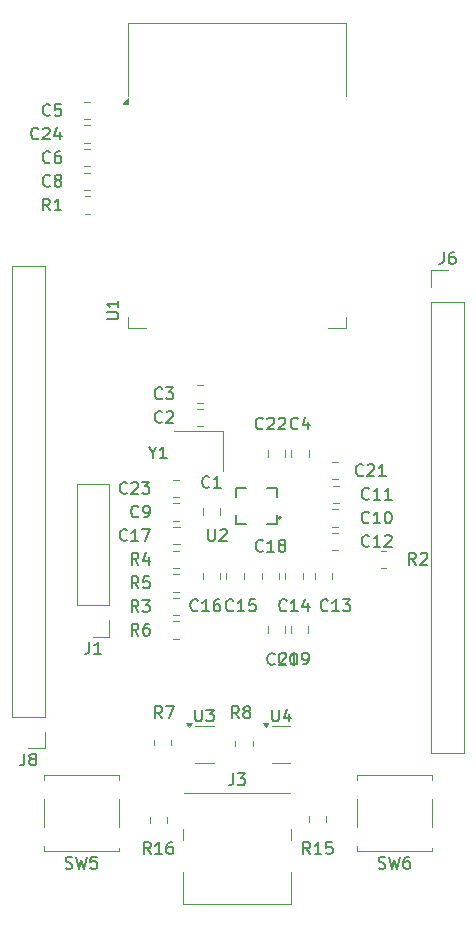
<source format=gbr>
%TF.GenerationSoftware,KiCad,Pcbnew,9.0.3*%
%TF.CreationDate,2025-08-18T17:13:01-04:00*%
%TF.ProjectId,bioimpedance,62696f69-6d70-4656-9461-6e63652e6b69,rev?*%
%TF.SameCoordinates,Original*%
%TF.FileFunction,Legend,Top*%
%TF.FilePolarity,Positive*%
%FSLAX46Y46*%
G04 Gerber Fmt 4.6, Leading zero omitted, Abs format (unit mm)*
G04 Created by KiCad (PCBNEW 9.0.3) date 2025-08-18 17:13:01*
%MOMM*%
%LPD*%
G01*
G04 APERTURE LIST*
%ADD10C,0.150000*%
%ADD11C,0.120000*%
%ADD12C,0.200000*%
%ADD13C,0.127000*%
G04 APERTURE END LIST*
D10*
X105323333Y-77954819D02*
X104990000Y-77478628D01*
X104751905Y-77954819D02*
X104751905Y-76954819D01*
X104751905Y-76954819D02*
X105132857Y-76954819D01*
X105132857Y-76954819D02*
X105228095Y-77002438D01*
X105228095Y-77002438D02*
X105275714Y-77050057D01*
X105275714Y-77050057D02*
X105323333Y-77145295D01*
X105323333Y-77145295D02*
X105323333Y-77288152D01*
X105323333Y-77288152D02*
X105275714Y-77383390D01*
X105275714Y-77383390D02*
X105228095Y-77431009D01*
X105228095Y-77431009D02*
X105132857Y-77478628D01*
X105132857Y-77478628D02*
X104751905Y-77478628D01*
X105656667Y-76954819D02*
X106275714Y-76954819D01*
X106275714Y-76954819D02*
X105942381Y-77335771D01*
X105942381Y-77335771D02*
X106085238Y-77335771D01*
X106085238Y-77335771D02*
X106180476Y-77383390D01*
X106180476Y-77383390D02*
X106228095Y-77431009D01*
X106228095Y-77431009D02*
X106275714Y-77526247D01*
X106275714Y-77526247D02*
X106275714Y-77764342D01*
X106275714Y-77764342D02*
X106228095Y-77859580D01*
X106228095Y-77859580D02*
X106180476Y-77907200D01*
X106180476Y-77907200D02*
X106085238Y-77954819D01*
X106085238Y-77954819D02*
X105799524Y-77954819D01*
X105799524Y-77954819D02*
X105704286Y-77907200D01*
X105704286Y-77907200D02*
X105656667Y-77859580D01*
X124847142Y-70359580D02*
X124799523Y-70407200D01*
X124799523Y-70407200D02*
X124656666Y-70454819D01*
X124656666Y-70454819D02*
X124561428Y-70454819D01*
X124561428Y-70454819D02*
X124418571Y-70407200D01*
X124418571Y-70407200D02*
X124323333Y-70311961D01*
X124323333Y-70311961D02*
X124275714Y-70216723D01*
X124275714Y-70216723D02*
X124228095Y-70026247D01*
X124228095Y-70026247D02*
X124228095Y-69883390D01*
X124228095Y-69883390D02*
X124275714Y-69692914D01*
X124275714Y-69692914D02*
X124323333Y-69597676D01*
X124323333Y-69597676D02*
X124418571Y-69502438D01*
X124418571Y-69502438D02*
X124561428Y-69454819D01*
X124561428Y-69454819D02*
X124656666Y-69454819D01*
X124656666Y-69454819D02*
X124799523Y-69502438D01*
X124799523Y-69502438D02*
X124847142Y-69550057D01*
X125799523Y-70454819D02*
X125228095Y-70454819D01*
X125513809Y-70454819D02*
X125513809Y-69454819D01*
X125513809Y-69454819D02*
X125418571Y-69597676D01*
X125418571Y-69597676D02*
X125323333Y-69692914D01*
X125323333Y-69692914D02*
X125228095Y-69740533D01*
X126418571Y-69454819D02*
X126513809Y-69454819D01*
X126513809Y-69454819D02*
X126609047Y-69502438D01*
X126609047Y-69502438D02*
X126656666Y-69550057D01*
X126656666Y-69550057D02*
X126704285Y-69645295D01*
X126704285Y-69645295D02*
X126751904Y-69835771D01*
X126751904Y-69835771D02*
X126751904Y-70073866D01*
X126751904Y-70073866D02*
X126704285Y-70264342D01*
X126704285Y-70264342D02*
X126656666Y-70359580D01*
X126656666Y-70359580D02*
X126609047Y-70407200D01*
X126609047Y-70407200D02*
X126513809Y-70454819D01*
X126513809Y-70454819D02*
X126418571Y-70454819D01*
X126418571Y-70454819D02*
X126323333Y-70407200D01*
X126323333Y-70407200D02*
X126275714Y-70359580D01*
X126275714Y-70359580D02*
X126228095Y-70264342D01*
X126228095Y-70264342D02*
X126180476Y-70073866D01*
X126180476Y-70073866D02*
X126180476Y-69835771D01*
X126180476Y-69835771D02*
X126228095Y-69645295D01*
X126228095Y-69645295D02*
X126275714Y-69550057D01*
X126275714Y-69550057D02*
X126323333Y-69502438D01*
X126323333Y-69502438D02*
X126418571Y-69454819D01*
X118833333Y-62409580D02*
X118785714Y-62457200D01*
X118785714Y-62457200D02*
X118642857Y-62504819D01*
X118642857Y-62504819D02*
X118547619Y-62504819D01*
X118547619Y-62504819D02*
X118404762Y-62457200D01*
X118404762Y-62457200D02*
X118309524Y-62361961D01*
X118309524Y-62361961D02*
X118261905Y-62266723D01*
X118261905Y-62266723D02*
X118214286Y-62076247D01*
X118214286Y-62076247D02*
X118214286Y-61933390D01*
X118214286Y-61933390D02*
X118261905Y-61742914D01*
X118261905Y-61742914D02*
X118309524Y-61647676D01*
X118309524Y-61647676D02*
X118404762Y-61552438D01*
X118404762Y-61552438D02*
X118547619Y-61504819D01*
X118547619Y-61504819D02*
X118642857Y-61504819D01*
X118642857Y-61504819D02*
X118785714Y-61552438D01*
X118785714Y-61552438D02*
X118833333Y-61600057D01*
X119690476Y-61838152D02*
X119690476Y-62504819D01*
X119452381Y-61457200D02*
X119214286Y-62171485D01*
X119214286Y-62171485D02*
X119833333Y-62171485D01*
X110347142Y-77809580D02*
X110299523Y-77857200D01*
X110299523Y-77857200D02*
X110156666Y-77904819D01*
X110156666Y-77904819D02*
X110061428Y-77904819D01*
X110061428Y-77904819D02*
X109918571Y-77857200D01*
X109918571Y-77857200D02*
X109823333Y-77761961D01*
X109823333Y-77761961D02*
X109775714Y-77666723D01*
X109775714Y-77666723D02*
X109728095Y-77476247D01*
X109728095Y-77476247D02*
X109728095Y-77333390D01*
X109728095Y-77333390D02*
X109775714Y-77142914D01*
X109775714Y-77142914D02*
X109823333Y-77047676D01*
X109823333Y-77047676D02*
X109918571Y-76952438D01*
X109918571Y-76952438D02*
X110061428Y-76904819D01*
X110061428Y-76904819D02*
X110156666Y-76904819D01*
X110156666Y-76904819D02*
X110299523Y-76952438D01*
X110299523Y-76952438D02*
X110347142Y-77000057D01*
X111299523Y-77904819D02*
X110728095Y-77904819D01*
X111013809Y-77904819D02*
X111013809Y-76904819D01*
X111013809Y-76904819D02*
X110918571Y-77047676D01*
X110918571Y-77047676D02*
X110823333Y-77142914D01*
X110823333Y-77142914D02*
X110728095Y-77190533D01*
X112156666Y-76904819D02*
X111966190Y-76904819D01*
X111966190Y-76904819D02*
X111870952Y-76952438D01*
X111870952Y-76952438D02*
X111823333Y-77000057D01*
X111823333Y-77000057D02*
X111728095Y-77142914D01*
X111728095Y-77142914D02*
X111680476Y-77333390D01*
X111680476Y-77333390D02*
X111680476Y-77714342D01*
X111680476Y-77714342D02*
X111728095Y-77809580D01*
X111728095Y-77809580D02*
X111775714Y-77857200D01*
X111775714Y-77857200D02*
X111870952Y-77904819D01*
X111870952Y-77904819D02*
X112061428Y-77904819D01*
X112061428Y-77904819D02*
X112156666Y-77857200D01*
X112156666Y-77857200D02*
X112204285Y-77809580D01*
X112204285Y-77809580D02*
X112251904Y-77714342D01*
X112251904Y-77714342D02*
X112251904Y-77476247D01*
X112251904Y-77476247D02*
X112204285Y-77381009D01*
X112204285Y-77381009D02*
X112156666Y-77333390D01*
X112156666Y-77333390D02*
X112061428Y-77285771D01*
X112061428Y-77285771D02*
X111870952Y-77285771D01*
X111870952Y-77285771D02*
X111775714Y-77333390D01*
X111775714Y-77333390D02*
X111728095Y-77381009D01*
X111728095Y-77381009D02*
X111680476Y-77476247D01*
X105323333Y-79954819D02*
X104990000Y-79478628D01*
X104751905Y-79954819D02*
X104751905Y-78954819D01*
X104751905Y-78954819D02*
X105132857Y-78954819D01*
X105132857Y-78954819D02*
X105228095Y-79002438D01*
X105228095Y-79002438D02*
X105275714Y-79050057D01*
X105275714Y-79050057D02*
X105323333Y-79145295D01*
X105323333Y-79145295D02*
X105323333Y-79288152D01*
X105323333Y-79288152D02*
X105275714Y-79383390D01*
X105275714Y-79383390D02*
X105228095Y-79431009D01*
X105228095Y-79431009D02*
X105132857Y-79478628D01*
X105132857Y-79478628D02*
X104751905Y-79478628D01*
X106180476Y-78954819D02*
X105990000Y-78954819D01*
X105990000Y-78954819D02*
X105894762Y-79002438D01*
X105894762Y-79002438D02*
X105847143Y-79050057D01*
X105847143Y-79050057D02*
X105751905Y-79192914D01*
X105751905Y-79192914D02*
X105704286Y-79383390D01*
X105704286Y-79383390D02*
X105704286Y-79764342D01*
X105704286Y-79764342D02*
X105751905Y-79859580D01*
X105751905Y-79859580D02*
X105799524Y-79907200D01*
X105799524Y-79907200D02*
X105894762Y-79954819D01*
X105894762Y-79954819D02*
X106085238Y-79954819D01*
X106085238Y-79954819D02*
X106180476Y-79907200D01*
X106180476Y-79907200D02*
X106228095Y-79859580D01*
X106228095Y-79859580D02*
X106275714Y-79764342D01*
X106275714Y-79764342D02*
X106275714Y-79526247D01*
X106275714Y-79526247D02*
X106228095Y-79431009D01*
X106228095Y-79431009D02*
X106180476Y-79383390D01*
X106180476Y-79383390D02*
X106085238Y-79335771D01*
X106085238Y-79335771D02*
X105894762Y-79335771D01*
X105894762Y-79335771D02*
X105799524Y-79383390D01*
X105799524Y-79383390D02*
X105751905Y-79431009D01*
X105751905Y-79431009D02*
X105704286Y-79526247D01*
X107323333Y-61859580D02*
X107275714Y-61907200D01*
X107275714Y-61907200D02*
X107132857Y-61954819D01*
X107132857Y-61954819D02*
X107037619Y-61954819D01*
X107037619Y-61954819D02*
X106894762Y-61907200D01*
X106894762Y-61907200D02*
X106799524Y-61811961D01*
X106799524Y-61811961D02*
X106751905Y-61716723D01*
X106751905Y-61716723D02*
X106704286Y-61526247D01*
X106704286Y-61526247D02*
X106704286Y-61383390D01*
X106704286Y-61383390D02*
X106751905Y-61192914D01*
X106751905Y-61192914D02*
X106799524Y-61097676D01*
X106799524Y-61097676D02*
X106894762Y-61002438D01*
X106894762Y-61002438D02*
X107037619Y-60954819D01*
X107037619Y-60954819D02*
X107132857Y-60954819D01*
X107132857Y-60954819D02*
X107275714Y-61002438D01*
X107275714Y-61002438D02*
X107323333Y-61050057D01*
X107704286Y-61050057D02*
X107751905Y-61002438D01*
X107751905Y-61002438D02*
X107847143Y-60954819D01*
X107847143Y-60954819D02*
X108085238Y-60954819D01*
X108085238Y-60954819D02*
X108180476Y-61002438D01*
X108180476Y-61002438D02*
X108228095Y-61050057D01*
X108228095Y-61050057D02*
X108275714Y-61145295D01*
X108275714Y-61145295D02*
X108275714Y-61240533D01*
X108275714Y-61240533D02*
X108228095Y-61383390D01*
X108228095Y-61383390D02*
X107656667Y-61954819D01*
X107656667Y-61954819D02*
X108275714Y-61954819D01*
X117817142Y-82309580D02*
X117769523Y-82357200D01*
X117769523Y-82357200D02*
X117626666Y-82404819D01*
X117626666Y-82404819D02*
X117531428Y-82404819D01*
X117531428Y-82404819D02*
X117388571Y-82357200D01*
X117388571Y-82357200D02*
X117293333Y-82261961D01*
X117293333Y-82261961D02*
X117245714Y-82166723D01*
X117245714Y-82166723D02*
X117198095Y-81976247D01*
X117198095Y-81976247D02*
X117198095Y-81833390D01*
X117198095Y-81833390D02*
X117245714Y-81642914D01*
X117245714Y-81642914D02*
X117293333Y-81547676D01*
X117293333Y-81547676D02*
X117388571Y-81452438D01*
X117388571Y-81452438D02*
X117531428Y-81404819D01*
X117531428Y-81404819D02*
X117626666Y-81404819D01*
X117626666Y-81404819D02*
X117769523Y-81452438D01*
X117769523Y-81452438D02*
X117817142Y-81500057D01*
X118769523Y-82404819D02*
X118198095Y-82404819D01*
X118483809Y-82404819D02*
X118483809Y-81404819D01*
X118483809Y-81404819D02*
X118388571Y-81547676D01*
X118388571Y-81547676D02*
X118293333Y-81642914D01*
X118293333Y-81642914D02*
X118198095Y-81690533D01*
X119245714Y-82404819D02*
X119436190Y-82404819D01*
X119436190Y-82404819D02*
X119531428Y-82357200D01*
X119531428Y-82357200D02*
X119579047Y-82309580D01*
X119579047Y-82309580D02*
X119674285Y-82166723D01*
X119674285Y-82166723D02*
X119721904Y-81976247D01*
X119721904Y-81976247D02*
X119721904Y-81595295D01*
X119721904Y-81595295D02*
X119674285Y-81500057D01*
X119674285Y-81500057D02*
X119626666Y-81452438D01*
X119626666Y-81452438D02*
X119531428Y-81404819D01*
X119531428Y-81404819D02*
X119340952Y-81404819D01*
X119340952Y-81404819D02*
X119245714Y-81452438D01*
X119245714Y-81452438D02*
X119198095Y-81500057D01*
X119198095Y-81500057D02*
X119150476Y-81595295D01*
X119150476Y-81595295D02*
X119150476Y-81833390D01*
X119150476Y-81833390D02*
X119198095Y-81928628D01*
X119198095Y-81928628D02*
X119245714Y-81976247D01*
X119245714Y-81976247D02*
X119340952Y-82023866D01*
X119340952Y-82023866D02*
X119531428Y-82023866D01*
X119531428Y-82023866D02*
X119626666Y-81976247D01*
X119626666Y-81976247D02*
X119674285Y-81928628D01*
X119674285Y-81928628D02*
X119721904Y-81833390D01*
X104347142Y-67859580D02*
X104299523Y-67907200D01*
X104299523Y-67907200D02*
X104156666Y-67954819D01*
X104156666Y-67954819D02*
X104061428Y-67954819D01*
X104061428Y-67954819D02*
X103918571Y-67907200D01*
X103918571Y-67907200D02*
X103823333Y-67811961D01*
X103823333Y-67811961D02*
X103775714Y-67716723D01*
X103775714Y-67716723D02*
X103728095Y-67526247D01*
X103728095Y-67526247D02*
X103728095Y-67383390D01*
X103728095Y-67383390D02*
X103775714Y-67192914D01*
X103775714Y-67192914D02*
X103823333Y-67097676D01*
X103823333Y-67097676D02*
X103918571Y-67002438D01*
X103918571Y-67002438D02*
X104061428Y-66954819D01*
X104061428Y-66954819D02*
X104156666Y-66954819D01*
X104156666Y-66954819D02*
X104299523Y-67002438D01*
X104299523Y-67002438D02*
X104347142Y-67050057D01*
X104728095Y-67050057D02*
X104775714Y-67002438D01*
X104775714Y-67002438D02*
X104870952Y-66954819D01*
X104870952Y-66954819D02*
X105109047Y-66954819D01*
X105109047Y-66954819D02*
X105204285Y-67002438D01*
X105204285Y-67002438D02*
X105251904Y-67050057D01*
X105251904Y-67050057D02*
X105299523Y-67145295D01*
X105299523Y-67145295D02*
X105299523Y-67240533D01*
X105299523Y-67240533D02*
X105251904Y-67383390D01*
X105251904Y-67383390D02*
X104680476Y-67954819D01*
X104680476Y-67954819D02*
X105299523Y-67954819D01*
X105632857Y-66954819D02*
X106251904Y-66954819D01*
X106251904Y-66954819D02*
X105918571Y-67335771D01*
X105918571Y-67335771D02*
X106061428Y-67335771D01*
X106061428Y-67335771D02*
X106156666Y-67383390D01*
X106156666Y-67383390D02*
X106204285Y-67431009D01*
X106204285Y-67431009D02*
X106251904Y-67526247D01*
X106251904Y-67526247D02*
X106251904Y-67764342D01*
X106251904Y-67764342D02*
X106204285Y-67859580D01*
X106204285Y-67859580D02*
X106156666Y-67907200D01*
X106156666Y-67907200D02*
X106061428Y-67954819D01*
X106061428Y-67954819D02*
X105775714Y-67954819D01*
X105775714Y-67954819D02*
X105680476Y-67907200D01*
X105680476Y-67907200D02*
X105632857Y-67859580D01*
X113347142Y-77809580D02*
X113299523Y-77857200D01*
X113299523Y-77857200D02*
X113156666Y-77904819D01*
X113156666Y-77904819D02*
X113061428Y-77904819D01*
X113061428Y-77904819D02*
X112918571Y-77857200D01*
X112918571Y-77857200D02*
X112823333Y-77761961D01*
X112823333Y-77761961D02*
X112775714Y-77666723D01*
X112775714Y-77666723D02*
X112728095Y-77476247D01*
X112728095Y-77476247D02*
X112728095Y-77333390D01*
X112728095Y-77333390D02*
X112775714Y-77142914D01*
X112775714Y-77142914D02*
X112823333Y-77047676D01*
X112823333Y-77047676D02*
X112918571Y-76952438D01*
X112918571Y-76952438D02*
X113061428Y-76904819D01*
X113061428Y-76904819D02*
X113156666Y-76904819D01*
X113156666Y-76904819D02*
X113299523Y-76952438D01*
X113299523Y-76952438D02*
X113347142Y-77000057D01*
X114299523Y-77904819D02*
X113728095Y-77904819D01*
X114013809Y-77904819D02*
X114013809Y-76904819D01*
X114013809Y-76904819D02*
X113918571Y-77047676D01*
X113918571Y-77047676D02*
X113823333Y-77142914D01*
X113823333Y-77142914D02*
X113728095Y-77190533D01*
X115204285Y-76904819D02*
X114728095Y-76904819D01*
X114728095Y-76904819D02*
X114680476Y-77381009D01*
X114680476Y-77381009D02*
X114728095Y-77333390D01*
X114728095Y-77333390D02*
X114823333Y-77285771D01*
X114823333Y-77285771D02*
X115061428Y-77285771D01*
X115061428Y-77285771D02*
X115156666Y-77333390D01*
X115156666Y-77333390D02*
X115204285Y-77381009D01*
X115204285Y-77381009D02*
X115251904Y-77476247D01*
X115251904Y-77476247D02*
X115251904Y-77714342D01*
X115251904Y-77714342D02*
X115204285Y-77809580D01*
X115204285Y-77809580D02*
X115156666Y-77857200D01*
X115156666Y-77857200D02*
X115061428Y-77904819D01*
X115061428Y-77904819D02*
X114823333Y-77904819D01*
X114823333Y-77904819D02*
X114728095Y-77857200D01*
X114728095Y-77857200D02*
X114680476Y-77809580D01*
X121357142Y-77809580D02*
X121309523Y-77857200D01*
X121309523Y-77857200D02*
X121166666Y-77904819D01*
X121166666Y-77904819D02*
X121071428Y-77904819D01*
X121071428Y-77904819D02*
X120928571Y-77857200D01*
X120928571Y-77857200D02*
X120833333Y-77761961D01*
X120833333Y-77761961D02*
X120785714Y-77666723D01*
X120785714Y-77666723D02*
X120738095Y-77476247D01*
X120738095Y-77476247D02*
X120738095Y-77333390D01*
X120738095Y-77333390D02*
X120785714Y-77142914D01*
X120785714Y-77142914D02*
X120833333Y-77047676D01*
X120833333Y-77047676D02*
X120928571Y-76952438D01*
X120928571Y-76952438D02*
X121071428Y-76904819D01*
X121071428Y-76904819D02*
X121166666Y-76904819D01*
X121166666Y-76904819D02*
X121309523Y-76952438D01*
X121309523Y-76952438D02*
X121357142Y-77000057D01*
X122309523Y-77904819D02*
X121738095Y-77904819D01*
X122023809Y-77904819D02*
X122023809Y-76904819D01*
X122023809Y-76904819D02*
X121928571Y-77047676D01*
X121928571Y-77047676D02*
X121833333Y-77142914D01*
X121833333Y-77142914D02*
X121738095Y-77190533D01*
X122642857Y-76904819D02*
X123261904Y-76904819D01*
X123261904Y-76904819D02*
X122928571Y-77285771D01*
X122928571Y-77285771D02*
X123071428Y-77285771D01*
X123071428Y-77285771D02*
X123166666Y-77333390D01*
X123166666Y-77333390D02*
X123214285Y-77381009D01*
X123214285Y-77381009D02*
X123261904Y-77476247D01*
X123261904Y-77476247D02*
X123261904Y-77714342D01*
X123261904Y-77714342D02*
X123214285Y-77809580D01*
X123214285Y-77809580D02*
X123166666Y-77857200D01*
X123166666Y-77857200D02*
X123071428Y-77904819D01*
X123071428Y-77904819D02*
X122785714Y-77904819D01*
X122785714Y-77904819D02*
X122690476Y-77857200D01*
X122690476Y-77857200D02*
X122642857Y-77809580D01*
X115857142Y-62409580D02*
X115809523Y-62457200D01*
X115809523Y-62457200D02*
X115666666Y-62504819D01*
X115666666Y-62504819D02*
X115571428Y-62504819D01*
X115571428Y-62504819D02*
X115428571Y-62457200D01*
X115428571Y-62457200D02*
X115333333Y-62361961D01*
X115333333Y-62361961D02*
X115285714Y-62266723D01*
X115285714Y-62266723D02*
X115238095Y-62076247D01*
X115238095Y-62076247D02*
X115238095Y-61933390D01*
X115238095Y-61933390D02*
X115285714Y-61742914D01*
X115285714Y-61742914D02*
X115333333Y-61647676D01*
X115333333Y-61647676D02*
X115428571Y-61552438D01*
X115428571Y-61552438D02*
X115571428Y-61504819D01*
X115571428Y-61504819D02*
X115666666Y-61504819D01*
X115666666Y-61504819D02*
X115809523Y-61552438D01*
X115809523Y-61552438D02*
X115857142Y-61600057D01*
X116238095Y-61600057D02*
X116285714Y-61552438D01*
X116285714Y-61552438D02*
X116380952Y-61504819D01*
X116380952Y-61504819D02*
X116619047Y-61504819D01*
X116619047Y-61504819D02*
X116714285Y-61552438D01*
X116714285Y-61552438D02*
X116761904Y-61600057D01*
X116761904Y-61600057D02*
X116809523Y-61695295D01*
X116809523Y-61695295D02*
X116809523Y-61790533D01*
X116809523Y-61790533D02*
X116761904Y-61933390D01*
X116761904Y-61933390D02*
X116190476Y-62504819D01*
X116190476Y-62504819D02*
X116809523Y-62504819D01*
X117190476Y-61600057D02*
X117238095Y-61552438D01*
X117238095Y-61552438D02*
X117333333Y-61504819D01*
X117333333Y-61504819D02*
X117571428Y-61504819D01*
X117571428Y-61504819D02*
X117666666Y-61552438D01*
X117666666Y-61552438D02*
X117714285Y-61600057D01*
X117714285Y-61600057D02*
X117761904Y-61695295D01*
X117761904Y-61695295D02*
X117761904Y-61790533D01*
X117761904Y-61790533D02*
X117714285Y-61933390D01*
X117714285Y-61933390D02*
X117142857Y-62504819D01*
X117142857Y-62504819D02*
X117761904Y-62504819D01*
X106513809Y-64478628D02*
X106513809Y-64954819D01*
X106180476Y-63954819D02*
X106513809Y-64478628D01*
X106513809Y-64478628D02*
X106847142Y-63954819D01*
X107704285Y-64954819D02*
X107132857Y-64954819D01*
X107418571Y-64954819D02*
X107418571Y-63954819D01*
X107418571Y-63954819D02*
X107323333Y-64097676D01*
X107323333Y-64097676D02*
X107228095Y-64192914D01*
X107228095Y-64192914D02*
X107132857Y-64240533D01*
X115857142Y-72759580D02*
X115809523Y-72807200D01*
X115809523Y-72807200D02*
X115666666Y-72854819D01*
X115666666Y-72854819D02*
X115571428Y-72854819D01*
X115571428Y-72854819D02*
X115428571Y-72807200D01*
X115428571Y-72807200D02*
X115333333Y-72711961D01*
X115333333Y-72711961D02*
X115285714Y-72616723D01*
X115285714Y-72616723D02*
X115238095Y-72426247D01*
X115238095Y-72426247D02*
X115238095Y-72283390D01*
X115238095Y-72283390D02*
X115285714Y-72092914D01*
X115285714Y-72092914D02*
X115333333Y-71997676D01*
X115333333Y-71997676D02*
X115428571Y-71902438D01*
X115428571Y-71902438D02*
X115571428Y-71854819D01*
X115571428Y-71854819D02*
X115666666Y-71854819D01*
X115666666Y-71854819D02*
X115809523Y-71902438D01*
X115809523Y-71902438D02*
X115857142Y-71950057D01*
X116809523Y-72854819D02*
X116238095Y-72854819D01*
X116523809Y-72854819D02*
X116523809Y-71854819D01*
X116523809Y-71854819D02*
X116428571Y-71997676D01*
X116428571Y-71997676D02*
X116333333Y-72092914D01*
X116333333Y-72092914D02*
X116238095Y-72140533D01*
X117380952Y-72283390D02*
X117285714Y-72235771D01*
X117285714Y-72235771D02*
X117238095Y-72188152D01*
X117238095Y-72188152D02*
X117190476Y-72092914D01*
X117190476Y-72092914D02*
X117190476Y-72045295D01*
X117190476Y-72045295D02*
X117238095Y-71950057D01*
X117238095Y-71950057D02*
X117285714Y-71902438D01*
X117285714Y-71902438D02*
X117380952Y-71854819D01*
X117380952Y-71854819D02*
X117571428Y-71854819D01*
X117571428Y-71854819D02*
X117666666Y-71902438D01*
X117666666Y-71902438D02*
X117714285Y-71950057D01*
X117714285Y-71950057D02*
X117761904Y-72045295D01*
X117761904Y-72045295D02*
X117761904Y-72092914D01*
X117761904Y-72092914D02*
X117714285Y-72188152D01*
X117714285Y-72188152D02*
X117666666Y-72235771D01*
X117666666Y-72235771D02*
X117571428Y-72283390D01*
X117571428Y-72283390D02*
X117380952Y-72283390D01*
X117380952Y-72283390D02*
X117285714Y-72331009D01*
X117285714Y-72331009D02*
X117238095Y-72378628D01*
X117238095Y-72378628D02*
X117190476Y-72473866D01*
X117190476Y-72473866D02*
X117190476Y-72664342D01*
X117190476Y-72664342D02*
X117238095Y-72759580D01*
X117238095Y-72759580D02*
X117285714Y-72807200D01*
X117285714Y-72807200D02*
X117380952Y-72854819D01*
X117380952Y-72854819D02*
X117571428Y-72854819D01*
X117571428Y-72854819D02*
X117666666Y-72807200D01*
X117666666Y-72807200D02*
X117714285Y-72759580D01*
X117714285Y-72759580D02*
X117761904Y-72664342D01*
X117761904Y-72664342D02*
X117761904Y-72473866D01*
X117761904Y-72473866D02*
X117714285Y-72378628D01*
X117714285Y-72378628D02*
X117666666Y-72331009D01*
X117666666Y-72331009D02*
X117571428Y-72283390D01*
X111228095Y-70954819D02*
X111228095Y-71764342D01*
X111228095Y-71764342D02*
X111275714Y-71859580D01*
X111275714Y-71859580D02*
X111323333Y-71907200D01*
X111323333Y-71907200D02*
X111418571Y-71954819D01*
X111418571Y-71954819D02*
X111609047Y-71954819D01*
X111609047Y-71954819D02*
X111704285Y-71907200D01*
X111704285Y-71907200D02*
X111751904Y-71859580D01*
X111751904Y-71859580D02*
X111799523Y-71764342D01*
X111799523Y-71764342D02*
X111799523Y-70954819D01*
X112228095Y-71050057D02*
X112275714Y-71002438D01*
X112275714Y-71002438D02*
X112370952Y-70954819D01*
X112370952Y-70954819D02*
X112609047Y-70954819D01*
X112609047Y-70954819D02*
X112704285Y-71002438D01*
X112704285Y-71002438D02*
X112751904Y-71050057D01*
X112751904Y-71050057D02*
X112799523Y-71145295D01*
X112799523Y-71145295D02*
X112799523Y-71240533D01*
X112799523Y-71240533D02*
X112751904Y-71383390D01*
X112751904Y-71383390D02*
X112180476Y-71954819D01*
X112180476Y-71954819D02*
X112799523Y-71954819D01*
X124847142Y-68359580D02*
X124799523Y-68407200D01*
X124799523Y-68407200D02*
X124656666Y-68454819D01*
X124656666Y-68454819D02*
X124561428Y-68454819D01*
X124561428Y-68454819D02*
X124418571Y-68407200D01*
X124418571Y-68407200D02*
X124323333Y-68311961D01*
X124323333Y-68311961D02*
X124275714Y-68216723D01*
X124275714Y-68216723D02*
X124228095Y-68026247D01*
X124228095Y-68026247D02*
X124228095Y-67883390D01*
X124228095Y-67883390D02*
X124275714Y-67692914D01*
X124275714Y-67692914D02*
X124323333Y-67597676D01*
X124323333Y-67597676D02*
X124418571Y-67502438D01*
X124418571Y-67502438D02*
X124561428Y-67454819D01*
X124561428Y-67454819D02*
X124656666Y-67454819D01*
X124656666Y-67454819D02*
X124799523Y-67502438D01*
X124799523Y-67502438D02*
X124847142Y-67550057D01*
X125799523Y-68454819D02*
X125228095Y-68454819D01*
X125513809Y-68454819D02*
X125513809Y-67454819D01*
X125513809Y-67454819D02*
X125418571Y-67597676D01*
X125418571Y-67597676D02*
X125323333Y-67692914D01*
X125323333Y-67692914D02*
X125228095Y-67740533D01*
X126751904Y-68454819D02*
X126180476Y-68454819D01*
X126466190Y-68454819D02*
X126466190Y-67454819D01*
X126466190Y-67454819D02*
X126370952Y-67597676D01*
X126370952Y-67597676D02*
X126275714Y-67692914D01*
X126275714Y-67692914D02*
X126180476Y-67740533D01*
X104347142Y-71859580D02*
X104299523Y-71907200D01*
X104299523Y-71907200D02*
X104156666Y-71954819D01*
X104156666Y-71954819D02*
X104061428Y-71954819D01*
X104061428Y-71954819D02*
X103918571Y-71907200D01*
X103918571Y-71907200D02*
X103823333Y-71811961D01*
X103823333Y-71811961D02*
X103775714Y-71716723D01*
X103775714Y-71716723D02*
X103728095Y-71526247D01*
X103728095Y-71526247D02*
X103728095Y-71383390D01*
X103728095Y-71383390D02*
X103775714Y-71192914D01*
X103775714Y-71192914D02*
X103823333Y-71097676D01*
X103823333Y-71097676D02*
X103918571Y-71002438D01*
X103918571Y-71002438D02*
X104061428Y-70954819D01*
X104061428Y-70954819D02*
X104156666Y-70954819D01*
X104156666Y-70954819D02*
X104299523Y-71002438D01*
X104299523Y-71002438D02*
X104347142Y-71050057D01*
X105299523Y-71954819D02*
X104728095Y-71954819D01*
X105013809Y-71954819D02*
X105013809Y-70954819D01*
X105013809Y-70954819D02*
X104918571Y-71097676D01*
X104918571Y-71097676D02*
X104823333Y-71192914D01*
X104823333Y-71192914D02*
X104728095Y-71240533D01*
X105632857Y-70954819D02*
X106299523Y-70954819D01*
X106299523Y-70954819D02*
X105870952Y-71954819D01*
X111323333Y-67359580D02*
X111275714Y-67407200D01*
X111275714Y-67407200D02*
X111132857Y-67454819D01*
X111132857Y-67454819D02*
X111037619Y-67454819D01*
X111037619Y-67454819D02*
X110894762Y-67407200D01*
X110894762Y-67407200D02*
X110799524Y-67311961D01*
X110799524Y-67311961D02*
X110751905Y-67216723D01*
X110751905Y-67216723D02*
X110704286Y-67026247D01*
X110704286Y-67026247D02*
X110704286Y-66883390D01*
X110704286Y-66883390D02*
X110751905Y-66692914D01*
X110751905Y-66692914D02*
X110799524Y-66597676D01*
X110799524Y-66597676D02*
X110894762Y-66502438D01*
X110894762Y-66502438D02*
X111037619Y-66454819D01*
X111037619Y-66454819D02*
X111132857Y-66454819D01*
X111132857Y-66454819D02*
X111275714Y-66502438D01*
X111275714Y-66502438D02*
X111323333Y-66550057D01*
X112275714Y-67454819D02*
X111704286Y-67454819D01*
X111990000Y-67454819D02*
X111990000Y-66454819D01*
X111990000Y-66454819D02*
X111894762Y-66597676D01*
X111894762Y-66597676D02*
X111799524Y-66692914D01*
X111799524Y-66692914D02*
X111704286Y-66740533D01*
X117857142Y-77809580D02*
X117809523Y-77857200D01*
X117809523Y-77857200D02*
X117666666Y-77904819D01*
X117666666Y-77904819D02*
X117571428Y-77904819D01*
X117571428Y-77904819D02*
X117428571Y-77857200D01*
X117428571Y-77857200D02*
X117333333Y-77761961D01*
X117333333Y-77761961D02*
X117285714Y-77666723D01*
X117285714Y-77666723D02*
X117238095Y-77476247D01*
X117238095Y-77476247D02*
X117238095Y-77333390D01*
X117238095Y-77333390D02*
X117285714Y-77142914D01*
X117285714Y-77142914D02*
X117333333Y-77047676D01*
X117333333Y-77047676D02*
X117428571Y-76952438D01*
X117428571Y-76952438D02*
X117571428Y-76904819D01*
X117571428Y-76904819D02*
X117666666Y-76904819D01*
X117666666Y-76904819D02*
X117809523Y-76952438D01*
X117809523Y-76952438D02*
X117857142Y-77000057D01*
X118809523Y-77904819D02*
X118238095Y-77904819D01*
X118523809Y-77904819D02*
X118523809Y-76904819D01*
X118523809Y-76904819D02*
X118428571Y-77047676D01*
X118428571Y-77047676D02*
X118333333Y-77142914D01*
X118333333Y-77142914D02*
X118238095Y-77190533D01*
X119666666Y-77238152D02*
X119666666Y-77904819D01*
X119428571Y-76857200D02*
X119190476Y-77571485D01*
X119190476Y-77571485D02*
X119809523Y-77571485D01*
X124847142Y-72359580D02*
X124799523Y-72407200D01*
X124799523Y-72407200D02*
X124656666Y-72454819D01*
X124656666Y-72454819D02*
X124561428Y-72454819D01*
X124561428Y-72454819D02*
X124418571Y-72407200D01*
X124418571Y-72407200D02*
X124323333Y-72311961D01*
X124323333Y-72311961D02*
X124275714Y-72216723D01*
X124275714Y-72216723D02*
X124228095Y-72026247D01*
X124228095Y-72026247D02*
X124228095Y-71883390D01*
X124228095Y-71883390D02*
X124275714Y-71692914D01*
X124275714Y-71692914D02*
X124323333Y-71597676D01*
X124323333Y-71597676D02*
X124418571Y-71502438D01*
X124418571Y-71502438D02*
X124561428Y-71454819D01*
X124561428Y-71454819D02*
X124656666Y-71454819D01*
X124656666Y-71454819D02*
X124799523Y-71502438D01*
X124799523Y-71502438D02*
X124847142Y-71550057D01*
X125799523Y-72454819D02*
X125228095Y-72454819D01*
X125513809Y-72454819D02*
X125513809Y-71454819D01*
X125513809Y-71454819D02*
X125418571Y-71597676D01*
X125418571Y-71597676D02*
X125323333Y-71692914D01*
X125323333Y-71692914D02*
X125228095Y-71740533D01*
X126180476Y-71550057D02*
X126228095Y-71502438D01*
X126228095Y-71502438D02*
X126323333Y-71454819D01*
X126323333Y-71454819D02*
X126561428Y-71454819D01*
X126561428Y-71454819D02*
X126656666Y-71502438D01*
X126656666Y-71502438D02*
X126704285Y-71550057D01*
X126704285Y-71550057D02*
X126751904Y-71645295D01*
X126751904Y-71645295D02*
X126751904Y-71740533D01*
X126751904Y-71740533D02*
X126704285Y-71883390D01*
X126704285Y-71883390D02*
X126132857Y-72454819D01*
X126132857Y-72454819D02*
X126751904Y-72454819D01*
X128823333Y-73954819D02*
X128490000Y-73478628D01*
X128251905Y-73954819D02*
X128251905Y-72954819D01*
X128251905Y-72954819D02*
X128632857Y-72954819D01*
X128632857Y-72954819D02*
X128728095Y-73002438D01*
X128728095Y-73002438D02*
X128775714Y-73050057D01*
X128775714Y-73050057D02*
X128823333Y-73145295D01*
X128823333Y-73145295D02*
X128823333Y-73288152D01*
X128823333Y-73288152D02*
X128775714Y-73383390D01*
X128775714Y-73383390D02*
X128728095Y-73431009D01*
X128728095Y-73431009D02*
X128632857Y-73478628D01*
X128632857Y-73478628D02*
X128251905Y-73478628D01*
X129204286Y-73050057D02*
X129251905Y-73002438D01*
X129251905Y-73002438D02*
X129347143Y-72954819D01*
X129347143Y-72954819D02*
X129585238Y-72954819D01*
X129585238Y-72954819D02*
X129680476Y-73002438D01*
X129680476Y-73002438D02*
X129728095Y-73050057D01*
X129728095Y-73050057D02*
X129775714Y-73145295D01*
X129775714Y-73145295D02*
X129775714Y-73240533D01*
X129775714Y-73240533D02*
X129728095Y-73383390D01*
X129728095Y-73383390D02*
X129156667Y-73954819D01*
X129156667Y-73954819D02*
X129775714Y-73954819D01*
X105323333Y-75954819D02*
X104990000Y-75478628D01*
X104751905Y-75954819D02*
X104751905Y-74954819D01*
X104751905Y-74954819D02*
X105132857Y-74954819D01*
X105132857Y-74954819D02*
X105228095Y-75002438D01*
X105228095Y-75002438D02*
X105275714Y-75050057D01*
X105275714Y-75050057D02*
X105323333Y-75145295D01*
X105323333Y-75145295D02*
X105323333Y-75288152D01*
X105323333Y-75288152D02*
X105275714Y-75383390D01*
X105275714Y-75383390D02*
X105228095Y-75431009D01*
X105228095Y-75431009D02*
X105132857Y-75478628D01*
X105132857Y-75478628D02*
X104751905Y-75478628D01*
X106228095Y-74954819D02*
X105751905Y-74954819D01*
X105751905Y-74954819D02*
X105704286Y-75431009D01*
X105704286Y-75431009D02*
X105751905Y-75383390D01*
X105751905Y-75383390D02*
X105847143Y-75335771D01*
X105847143Y-75335771D02*
X106085238Y-75335771D01*
X106085238Y-75335771D02*
X106180476Y-75383390D01*
X106180476Y-75383390D02*
X106228095Y-75431009D01*
X106228095Y-75431009D02*
X106275714Y-75526247D01*
X106275714Y-75526247D02*
X106275714Y-75764342D01*
X106275714Y-75764342D02*
X106228095Y-75859580D01*
X106228095Y-75859580D02*
X106180476Y-75907200D01*
X106180476Y-75907200D02*
X106085238Y-75954819D01*
X106085238Y-75954819D02*
X105847143Y-75954819D01*
X105847143Y-75954819D02*
X105751905Y-75907200D01*
X105751905Y-75907200D02*
X105704286Y-75859580D01*
X105323333Y-69859580D02*
X105275714Y-69907200D01*
X105275714Y-69907200D02*
X105132857Y-69954819D01*
X105132857Y-69954819D02*
X105037619Y-69954819D01*
X105037619Y-69954819D02*
X104894762Y-69907200D01*
X104894762Y-69907200D02*
X104799524Y-69811961D01*
X104799524Y-69811961D02*
X104751905Y-69716723D01*
X104751905Y-69716723D02*
X104704286Y-69526247D01*
X104704286Y-69526247D02*
X104704286Y-69383390D01*
X104704286Y-69383390D02*
X104751905Y-69192914D01*
X104751905Y-69192914D02*
X104799524Y-69097676D01*
X104799524Y-69097676D02*
X104894762Y-69002438D01*
X104894762Y-69002438D02*
X105037619Y-68954819D01*
X105037619Y-68954819D02*
X105132857Y-68954819D01*
X105132857Y-68954819D02*
X105275714Y-69002438D01*
X105275714Y-69002438D02*
X105323333Y-69050057D01*
X105799524Y-69954819D02*
X105990000Y-69954819D01*
X105990000Y-69954819D02*
X106085238Y-69907200D01*
X106085238Y-69907200D02*
X106132857Y-69859580D01*
X106132857Y-69859580D02*
X106228095Y-69716723D01*
X106228095Y-69716723D02*
X106275714Y-69526247D01*
X106275714Y-69526247D02*
X106275714Y-69145295D01*
X106275714Y-69145295D02*
X106228095Y-69050057D01*
X106228095Y-69050057D02*
X106180476Y-69002438D01*
X106180476Y-69002438D02*
X106085238Y-68954819D01*
X106085238Y-68954819D02*
X105894762Y-68954819D01*
X105894762Y-68954819D02*
X105799524Y-69002438D01*
X105799524Y-69002438D02*
X105751905Y-69050057D01*
X105751905Y-69050057D02*
X105704286Y-69145295D01*
X105704286Y-69145295D02*
X105704286Y-69383390D01*
X105704286Y-69383390D02*
X105751905Y-69478628D01*
X105751905Y-69478628D02*
X105799524Y-69526247D01*
X105799524Y-69526247D02*
X105894762Y-69573866D01*
X105894762Y-69573866D02*
X106085238Y-69573866D01*
X106085238Y-69573866D02*
X106180476Y-69526247D01*
X106180476Y-69526247D02*
X106228095Y-69478628D01*
X106228095Y-69478628D02*
X106275714Y-69383390D01*
X116847142Y-82359580D02*
X116799523Y-82407200D01*
X116799523Y-82407200D02*
X116656666Y-82454819D01*
X116656666Y-82454819D02*
X116561428Y-82454819D01*
X116561428Y-82454819D02*
X116418571Y-82407200D01*
X116418571Y-82407200D02*
X116323333Y-82311961D01*
X116323333Y-82311961D02*
X116275714Y-82216723D01*
X116275714Y-82216723D02*
X116228095Y-82026247D01*
X116228095Y-82026247D02*
X116228095Y-81883390D01*
X116228095Y-81883390D02*
X116275714Y-81692914D01*
X116275714Y-81692914D02*
X116323333Y-81597676D01*
X116323333Y-81597676D02*
X116418571Y-81502438D01*
X116418571Y-81502438D02*
X116561428Y-81454819D01*
X116561428Y-81454819D02*
X116656666Y-81454819D01*
X116656666Y-81454819D02*
X116799523Y-81502438D01*
X116799523Y-81502438D02*
X116847142Y-81550057D01*
X117228095Y-81550057D02*
X117275714Y-81502438D01*
X117275714Y-81502438D02*
X117370952Y-81454819D01*
X117370952Y-81454819D02*
X117609047Y-81454819D01*
X117609047Y-81454819D02*
X117704285Y-81502438D01*
X117704285Y-81502438D02*
X117751904Y-81550057D01*
X117751904Y-81550057D02*
X117799523Y-81645295D01*
X117799523Y-81645295D02*
X117799523Y-81740533D01*
X117799523Y-81740533D02*
X117751904Y-81883390D01*
X117751904Y-81883390D02*
X117180476Y-82454819D01*
X117180476Y-82454819D02*
X117799523Y-82454819D01*
X118418571Y-81454819D02*
X118513809Y-81454819D01*
X118513809Y-81454819D02*
X118609047Y-81502438D01*
X118609047Y-81502438D02*
X118656666Y-81550057D01*
X118656666Y-81550057D02*
X118704285Y-81645295D01*
X118704285Y-81645295D02*
X118751904Y-81835771D01*
X118751904Y-81835771D02*
X118751904Y-82073866D01*
X118751904Y-82073866D02*
X118704285Y-82264342D01*
X118704285Y-82264342D02*
X118656666Y-82359580D01*
X118656666Y-82359580D02*
X118609047Y-82407200D01*
X118609047Y-82407200D02*
X118513809Y-82454819D01*
X118513809Y-82454819D02*
X118418571Y-82454819D01*
X118418571Y-82454819D02*
X118323333Y-82407200D01*
X118323333Y-82407200D02*
X118275714Y-82359580D01*
X118275714Y-82359580D02*
X118228095Y-82264342D01*
X118228095Y-82264342D02*
X118180476Y-82073866D01*
X118180476Y-82073866D02*
X118180476Y-81835771D01*
X118180476Y-81835771D02*
X118228095Y-81645295D01*
X118228095Y-81645295D02*
X118275714Y-81550057D01*
X118275714Y-81550057D02*
X118323333Y-81502438D01*
X118323333Y-81502438D02*
X118418571Y-81454819D01*
X107323333Y-59859580D02*
X107275714Y-59907200D01*
X107275714Y-59907200D02*
X107132857Y-59954819D01*
X107132857Y-59954819D02*
X107037619Y-59954819D01*
X107037619Y-59954819D02*
X106894762Y-59907200D01*
X106894762Y-59907200D02*
X106799524Y-59811961D01*
X106799524Y-59811961D02*
X106751905Y-59716723D01*
X106751905Y-59716723D02*
X106704286Y-59526247D01*
X106704286Y-59526247D02*
X106704286Y-59383390D01*
X106704286Y-59383390D02*
X106751905Y-59192914D01*
X106751905Y-59192914D02*
X106799524Y-59097676D01*
X106799524Y-59097676D02*
X106894762Y-59002438D01*
X106894762Y-59002438D02*
X107037619Y-58954819D01*
X107037619Y-58954819D02*
X107132857Y-58954819D01*
X107132857Y-58954819D02*
X107275714Y-59002438D01*
X107275714Y-59002438D02*
X107323333Y-59050057D01*
X107656667Y-58954819D02*
X108275714Y-58954819D01*
X108275714Y-58954819D02*
X107942381Y-59335771D01*
X107942381Y-59335771D02*
X108085238Y-59335771D01*
X108085238Y-59335771D02*
X108180476Y-59383390D01*
X108180476Y-59383390D02*
X108228095Y-59431009D01*
X108228095Y-59431009D02*
X108275714Y-59526247D01*
X108275714Y-59526247D02*
X108275714Y-59764342D01*
X108275714Y-59764342D02*
X108228095Y-59859580D01*
X108228095Y-59859580D02*
X108180476Y-59907200D01*
X108180476Y-59907200D02*
X108085238Y-59954819D01*
X108085238Y-59954819D02*
X107799524Y-59954819D01*
X107799524Y-59954819D02*
X107704286Y-59907200D01*
X107704286Y-59907200D02*
X107656667Y-59859580D01*
X124347142Y-66359580D02*
X124299523Y-66407200D01*
X124299523Y-66407200D02*
X124156666Y-66454819D01*
X124156666Y-66454819D02*
X124061428Y-66454819D01*
X124061428Y-66454819D02*
X123918571Y-66407200D01*
X123918571Y-66407200D02*
X123823333Y-66311961D01*
X123823333Y-66311961D02*
X123775714Y-66216723D01*
X123775714Y-66216723D02*
X123728095Y-66026247D01*
X123728095Y-66026247D02*
X123728095Y-65883390D01*
X123728095Y-65883390D02*
X123775714Y-65692914D01*
X123775714Y-65692914D02*
X123823333Y-65597676D01*
X123823333Y-65597676D02*
X123918571Y-65502438D01*
X123918571Y-65502438D02*
X124061428Y-65454819D01*
X124061428Y-65454819D02*
X124156666Y-65454819D01*
X124156666Y-65454819D02*
X124299523Y-65502438D01*
X124299523Y-65502438D02*
X124347142Y-65550057D01*
X124728095Y-65550057D02*
X124775714Y-65502438D01*
X124775714Y-65502438D02*
X124870952Y-65454819D01*
X124870952Y-65454819D02*
X125109047Y-65454819D01*
X125109047Y-65454819D02*
X125204285Y-65502438D01*
X125204285Y-65502438D02*
X125251904Y-65550057D01*
X125251904Y-65550057D02*
X125299523Y-65645295D01*
X125299523Y-65645295D02*
X125299523Y-65740533D01*
X125299523Y-65740533D02*
X125251904Y-65883390D01*
X125251904Y-65883390D02*
X124680476Y-66454819D01*
X124680476Y-66454819D02*
X125299523Y-66454819D01*
X126251904Y-66454819D02*
X125680476Y-66454819D01*
X125966190Y-66454819D02*
X125966190Y-65454819D01*
X125966190Y-65454819D02*
X125870952Y-65597676D01*
X125870952Y-65597676D02*
X125775714Y-65692914D01*
X125775714Y-65692914D02*
X125680476Y-65740533D01*
X105323333Y-73954819D02*
X104990000Y-73478628D01*
X104751905Y-73954819D02*
X104751905Y-72954819D01*
X104751905Y-72954819D02*
X105132857Y-72954819D01*
X105132857Y-72954819D02*
X105228095Y-73002438D01*
X105228095Y-73002438D02*
X105275714Y-73050057D01*
X105275714Y-73050057D02*
X105323333Y-73145295D01*
X105323333Y-73145295D02*
X105323333Y-73288152D01*
X105323333Y-73288152D02*
X105275714Y-73383390D01*
X105275714Y-73383390D02*
X105228095Y-73431009D01*
X105228095Y-73431009D02*
X105132857Y-73478628D01*
X105132857Y-73478628D02*
X104751905Y-73478628D01*
X106180476Y-73288152D02*
X106180476Y-73954819D01*
X105942381Y-72907200D02*
X105704286Y-73621485D01*
X105704286Y-73621485D02*
X106323333Y-73621485D01*
X99166667Y-99647200D02*
X99309524Y-99694819D01*
X99309524Y-99694819D02*
X99547619Y-99694819D01*
X99547619Y-99694819D02*
X99642857Y-99647200D01*
X99642857Y-99647200D02*
X99690476Y-99599580D01*
X99690476Y-99599580D02*
X99738095Y-99504342D01*
X99738095Y-99504342D02*
X99738095Y-99409104D01*
X99738095Y-99409104D02*
X99690476Y-99313866D01*
X99690476Y-99313866D02*
X99642857Y-99266247D01*
X99642857Y-99266247D02*
X99547619Y-99218628D01*
X99547619Y-99218628D02*
X99357143Y-99171009D01*
X99357143Y-99171009D02*
X99261905Y-99123390D01*
X99261905Y-99123390D02*
X99214286Y-99075771D01*
X99214286Y-99075771D02*
X99166667Y-98980533D01*
X99166667Y-98980533D02*
X99166667Y-98885295D01*
X99166667Y-98885295D02*
X99214286Y-98790057D01*
X99214286Y-98790057D02*
X99261905Y-98742438D01*
X99261905Y-98742438D02*
X99357143Y-98694819D01*
X99357143Y-98694819D02*
X99595238Y-98694819D01*
X99595238Y-98694819D02*
X99738095Y-98742438D01*
X100071429Y-98694819D02*
X100309524Y-99694819D01*
X100309524Y-99694819D02*
X100500000Y-98980533D01*
X100500000Y-98980533D02*
X100690476Y-99694819D01*
X100690476Y-99694819D02*
X100928572Y-98694819D01*
X101785714Y-98694819D02*
X101309524Y-98694819D01*
X101309524Y-98694819D02*
X101261905Y-99171009D01*
X101261905Y-99171009D02*
X101309524Y-99123390D01*
X101309524Y-99123390D02*
X101404762Y-99075771D01*
X101404762Y-99075771D02*
X101642857Y-99075771D01*
X101642857Y-99075771D02*
X101738095Y-99123390D01*
X101738095Y-99123390D02*
X101785714Y-99171009D01*
X101785714Y-99171009D02*
X101833333Y-99266247D01*
X101833333Y-99266247D02*
X101833333Y-99504342D01*
X101833333Y-99504342D02*
X101785714Y-99599580D01*
X101785714Y-99599580D02*
X101738095Y-99647200D01*
X101738095Y-99647200D02*
X101642857Y-99694819D01*
X101642857Y-99694819D02*
X101404762Y-99694819D01*
X101404762Y-99694819D02*
X101309524Y-99647200D01*
X101309524Y-99647200D02*
X101261905Y-99599580D01*
X95666666Y-89954819D02*
X95666666Y-90669104D01*
X95666666Y-90669104D02*
X95619047Y-90811961D01*
X95619047Y-90811961D02*
X95523809Y-90907200D01*
X95523809Y-90907200D02*
X95380952Y-90954819D01*
X95380952Y-90954819D02*
X95285714Y-90954819D01*
X96285714Y-90383390D02*
X96190476Y-90335771D01*
X96190476Y-90335771D02*
X96142857Y-90288152D01*
X96142857Y-90288152D02*
X96095238Y-90192914D01*
X96095238Y-90192914D02*
X96095238Y-90145295D01*
X96095238Y-90145295D02*
X96142857Y-90050057D01*
X96142857Y-90050057D02*
X96190476Y-90002438D01*
X96190476Y-90002438D02*
X96285714Y-89954819D01*
X96285714Y-89954819D02*
X96476190Y-89954819D01*
X96476190Y-89954819D02*
X96571428Y-90002438D01*
X96571428Y-90002438D02*
X96619047Y-90050057D01*
X96619047Y-90050057D02*
X96666666Y-90145295D01*
X96666666Y-90145295D02*
X96666666Y-90192914D01*
X96666666Y-90192914D02*
X96619047Y-90288152D01*
X96619047Y-90288152D02*
X96571428Y-90335771D01*
X96571428Y-90335771D02*
X96476190Y-90383390D01*
X96476190Y-90383390D02*
X96285714Y-90383390D01*
X96285714Y-90383390D02*
X96190476Y-90431009D01*
X96190476Y-90431009D02*
X96142857Y-90478628D01*
X96142857Y-90478628D02*
X96095238Y-90573866D01*
X96095238Y-90573866D02*
X96095238Y-90764342D01*
X96095238Y-90764342D02*
X96142857Y-90859580D01*
X96142857Y-90859580D02*
X96190476Y-90907200D01*
X96190476Y-90907200D02*
X96285714Y-90954819D01*
X96285714Y-90954819D02*
X96476190Y-90954819D01*
X96476190Y-90954819D02*
X96571428Y-90907200D01*
X96571428Y-90907200D02*
X96619047Y-90859580D01*
X96619047Y-90859580D02*
X96666666Y-90764342D01*
X96666666Y-90764342D02*
X96666666Y-90573866D01*
X96666666Y-90573866D02*
X96619047Y-90478628D01*
X96619047Y-90478628D02*
X96571428Y-90431009D01*
X96571428Y-90431009D02*
X96476190Y-90383390D01*
X102629819Y-53161904D02*
X103439342Y-53161904D01*
X103439342Y-53161904D02*
X103534580Y-53114285D01*
X103534580Y-53114285D02*
X103582200Y-53066666D01*
X103582200Y-53066666D02*
X103629819Y-52971428D01*
X103629819Y-52971428D02*
X103629819Y-52780952D01*
X103629819Y-52780952D02*
X103582200Y-52685714D01*
X103582200Y-52685714D02*
X103534580Y-52638095D01*
X103534580Y-52638095D02*
X103439342Y-52590476D01*
X103439342Y-52590476D02*
X102629819Y-52590476D01*
X103629819Y-51590476D02*
X103629819Y-52161904D01*
X103629819Y-51876190D02*
X102629819Y-51876190D01*
X102629819Y-51876190D02*
X102772676Y-51971428D01*
X102772676Y-51971428D02*
X102867914Y-52066666D01*
X102867914Y-52066666D02*
X102915533Y-52161904D01*
X96857142Y-37859580D02*
X96809523Y-37907200D01*
X96809523Y-37907200D02*
X96666666Y-37954819D01*
X96666666Y-37954819D02*
X96571428Y-37954819D01*
X96571428Y-37954819D02*
X96428571Y-37907200D01*
X96428571Y-37907200D02*
X96333333Y-37811961D01*
X96333333Y-37811961D02*
X96285714Y-37716723D01*
X96285714Y-37716723D02*
X96238095Y-37526247D01*
X96238095Y-37526247D02*
X96238095Y-37383390D01*
X96238095Y-37383390D02*
X96285714Y-37192914D01*
X96285714Y-37192914D02*
X96333333Y-37097676D01*
X96333333Y-37097676D02*
X96428571Y-37002438D01*
X96428571Y-37002438D02*
X96571428Y-36954819D01*
X96571428Y-36954819D02*
X96666666Y-36954819D01*
X96666666Y-36954819D02*
X96809523Y-37002438D01*
X96809523Y-37002438D02*
X96857142Y-37050057D01*
X97238095Y-37050057D02*
X97285714Y-37002438D01*
X97285714Y-37002438D02*
X97380952Y-36954819D01*
X97380952Y-36954819D02*
X97619047Y-36954819D01*
X97619047Y-36954819D02*
X97714285Y-37002438D01*
X97714285Y-37002438D02*
X97761904Y-37050057D01*
X97761904Y-37050057D02*
X97809523Y-37145295D01*
X97809523Y-37145295D02*
X97809523Y-37240533D01*
X97809523Y-37240533D02*
X97761904Y-37383390D01*
X97761904Y-37383390D02*
X97190476Y-37954819D01*
X97190476Y-37954819D02*
X97809523Y-37954819D01*
X98666666Y-37288152D02*
X98666666Y-37954819D01*
X98428571Y-36907200D02*
X98190476Y-37621485D01*
X98190476Y-37621485D02*
X98809523Y-37621485D01*
X110128295Y-86229819D02*
X110128295Y-87039342D01*
X110128295Y-87039342D02*
X110175914Y-87134580D01*
X110175914Y-87134580D02*
X110223533Y-87182200D01*
X110223533Y-87182200D02*
X110318771Y-87229819D01*
X110318771Y-87229819D02*
X110509247Y-87229819D01*
X110509247Y-87229819D02*
X110604485Y-87182200D01*
X110604485Y-87182200D02*
X110652104Y-87134580D01*
X110652104Y-87134580D02*
X110699723Y-87039342D01*
X110699723Y-87039342D02*
X110699723Y-86229819D01*
X111080676Y-86229819D02*
X111699723Y-86229819D01*
X111699723Y-86229819D02*
X111366390Y-86610771D01*
X111366390Y-86610771D02*
X111509247Y-86610771D01*
X111509247Y-86610771D02*
X111604485Y-86658390D01*
X111604485Y-86658390D02*
X111652104Y-86706009D01*
X111652104Y-86706009D02*
X111699723Y-86801247D01*
X111699723Y-86801247D02*
X111699723Y-87039342D01*
X111699723Y-87039342D02*
X111652104Y-87134580D01*
X111652104Y-87134580D02*
X111604485Y-87182200D01*
X111604485Y-87182200D02*
X111509247Y-87229819D01*
X111509247Y-87229819D02*
X111223533Y-87229819D01*
X111223533Y-87229819D02*
X111128295Y-87182200D01*
X111128295Y-87182200D02*
X111080676Y-87134580D01*
X131166666Y-47494819D02*
X131166666Y-48209104D01*
X131166666Y-48209104D02*
X131119047Y-48351961D01*
X131119047Y-48351961D02*
X131023809Y-48447200D01*
X131023809Y-48447200D02*
X130880952Y-48494819D01*
X130880952Y-48494819D02*
X130785714Y-48494819D01*
X132071428Y-47494819D02*
X131880952Y-47494819D01*
X131880952Y-47494819D02*
X131785714Y-47542438D01*
X131785714Y-47542438D02*
X131738095Y-47590057D01*
X131738095Y-47590057D02*
X131642857Y-47732914D01*
X131642857Y-47732914D02*
X131595238Y-47923390D01*
X131595238Y-47923390D02*
X131595238Y-48304342D01*
X131595238Y-48304342D02*
X131642857Y-48399580D01*
X131642857Y-48399580D02*
X131690476Y-48447200D01*
X131690476Y-48447200D02*
X131785714Y-48494819D01*
X131785714Y-48494819D02*
X131976190Y-48494819D01*
X131976190Y-48494819D02*
X132071428Y-48447200D01*
X132071428Y-48447200D02*
X132119047Y-48399580D01*
X132119047Y-48399580D02*
X132166666Y-48304342D01*
X132166666Y-48304342D02*
X132166666Y-48066247D01*
X132166666Y-48066247D02*
X132119047Y-47971009D01*
X132119047Y-47971009D02*
X132071428Y-47923390D01*
X132071428Y-47923390D02*
X131976190Y-47875771D01*
X131976190Y-47875771D02*
X131785714Y-47875771D01*
X131785714Y-47875771D02*
X131690476Y-47923390D01*
X131690476Y-47923390D02*
X131642857Y-47971009D01*
X131642857Y-47971009D02*
X131595238Y-48066247D01*
X125666667Y-99647200D02*
X125809524Y-99694819D01*
X125809524Y-99694819D02*
X126047619Y-99694819D01*
X126047619Y-99694819D02*
X126142857Y-99647200D01*
X126142857Y-99647200D02*
X126190476Y-99599580D01*
X126190476Y-99599580D02*
X126238095Y-99504342D01*
X126238095Y-99504342D02*
X126238095Y-99409104D01*
X126238095Y-99409104D02*
X126190476Y-99313866D01*
X126190476Y-99313866D02*
X126142857Y-99266247D01*
X126142857Y-99266247D02*
X126047619Y-99218628D01*
X126047619Y-99218628D02*
X125857143Y-99171009D01*
X125857143Y-99171009D02*
X125761905Y-99123390D01*
X125761905Y-99123390D02*
X125714286Y-99075771D01*
X125714286Y-99075771D02*
X125666667Y-98980533D01*
X125666667Y-98980533D02*
X125666667Y-98885295D01*
X125666667Y-98885295D02*
X125714286Y-98790057D01*
X125714286Y-98790057D02*
X125761905Y-98742438D01*
X125761905Y-98742438D02*
X125857143Y-98694819D01*
X125857143Y-98694819D02*
X126095238Y-98694819D01*
X126095238Y-98694819D02*
X126238095Y-98742438D01*
X126571429Y-98694819D02*
X126809524Y-99694819D01*
X126809524Y-99694819D02*
X127000000Y-98980533D01*
X127000000Y-98980533D02*
X127190476Y-99694819D01*
X127190476Y-99694819D02*
X127428572Y-98694819D01*
X128238095Y-98694819D02*
X128047619Y-98694819D01*
X128047619Y-98694819D02*
X127952381Y-98742438D01*
X127952381Y-98742438D02*
X127904762Y-98790057D01*
X127904762Y-98790057D02*
X127809524Y-98932914D01*
X127809524Y-98932914D02*
X127761905Y-99123390D01*
X127761905Y-99123390D02*
X127761905Y-99504342D01*
X127761905Y-99504342D02*
X127809524Y-99599580D01*
X127809524Y-99599580D02*
X127857143Y-99647200D01*
X127857143Y-99647200D02*
X127952381Y-99694819D01*
X127952381Y-99694819D02*
X128142857Y-99694819D01*
X128142857Y-99694819D02*
X128238095Y-99647200D01*
X128238095Y-99647200D02*
X128285714Y-99599580D01*
X128285714Y-99599580D02*
X128333333Y-99504342D01*
X128333333Y-99504342D02*
X128333333Y-99266247D01*
X128333333Y-99266247D02*
X128285714Y-99171009D01*
X128285714Y-99171009D02*
X128238095Y-99123390D01*
X128238095Y-99123390D02*
X128142857Y-99075771D01*
X128142857Y-99075771D02*
X127952381Y-99075771D01*
X127952381Y-99075771D02*
X127857143Y-99123390D01*
X127857143Y-99123390D02*
X127809524Y-99171009D01*
X127809524Y-99171009D02*
X127761905Y-99266247D01*
X106357142Y-98454819D02*
X106023809Y-97978628D01*
X105785714Y-98454819D02*
X105785714Y-97454819D01*
X105785714Y-97454819D02*
X106166666Y-97454819D01*
X106166666Y-97454819D02*
X106261904Y-97502438D01*
X106261904Y-97502438D02*
X106309523Y-97550057D01*
X106309523Y-97550057D02*
X106357142Y-97645295D01*
X106357142Y-97645295D02*
X106357142Y-97788152D01*
X106357142Y-97788152D02*
X106309523Y-97883390D01*
X106309523Y-97883390D02*
X106261904Y-97931009D01*
X106261904Y-97931009D02*
X106166666Y-97978628D01*
X106166666Y-97978628D02*
X105785714Y-97978628D01*
X107309523Y-98454819D02*
X106738095Y-98454819D01*
X107023809Y-98454819D02*
X107023809Y-97454819D01*
X107023809Y-97454819D02*
X106928571Y-97597676D01*
X106928571Y-97597676D02*
X106833333Y-97692914D01*
X106833333Y-97692914D02*
X106738095Y-97740533D01*
X108166666Y-97454819D02*
X107976190Y-97454819D01*
X107976190Y-97454819D02*
X107880952Y-97502438D01*
X107880952Y-97502438D02*
X107833333Y-97550057D01*
X107833333Y-97550057D02*
X107738095Y-97692914D01*
X107738095Y-97692914D02*
X107690476Y-97883390D01*
X107690476Y-97883390D02*
X107690476Y-98264342D01*
X107690476Y-98264342D02*
X107738095Y-98359580D01*
X107738095Y-98359580D02*
X107785714Y-98407200D01*
X107785714Y-98407200D02*
X107880952Y-98454819D01*
X107880952Y-98454819D02*
X108071428Y-98454819D01*
X108071428Y-98454819D02*
X108166666Y-98407200D01*
X108166666Y-98407200D02*
X108214285Y-98359580D01*
X108214285Y-98359580D02*
X108261904Y-98264342D01*
X108261904Y-98264342D02*
X108261904Y-98026247D01*
X108261904Y-98026247D02*
X108214285Y-97931009D01*
X108214285Y-97931009D02*
X108166666Y-97883390D01*
X108166666Y-97883390D02*
X108071428Y-97835771D01*
X108071428Y-97835771D02*
X107880952Y-97835771D01*
X107880952Y-97835771D02*
X107785714Y-97883390D01*
X107785714Y-97883390D02*
X107738095Y-97931009D01*
X107738095Y-97931009D02*
X107690476Y-98026247D01*
X97833333Y-41859580D02*
X97785714Y-41907200D01*
X97785714Y-41907200D02*
X97642857Y-41954819D01*
X97642857Y-41954819D02*
X97547619Y-41954819D01*
X97547619Y-41954819D02*
X97404762Y-41907200D01*
X97404762Y-41907200D02*
X97309524Y-41811961D01*
X97309524Y-41811961D02*
X97261905Y-41716723D01*
X97261905Y-41716723D02*
X97214286Y-41526247D01*
X97214286Y-41526247D02*
X97214286Y-41383390D01*
X97214286Y-41383390D02*
X97261905Y-41192914D01*
X97261905Y-41192914D02*
X97309524Y-41097676D01*
X97309524Y-41097676D02*
X97404762Y-41002438D01*
X97404762Y-41002438D02*
X97547619Y-40954819D01*
X97547619Y-40954819D02*
X97642857Y-40954819D01*
X97642857Y-40954819D02*
X97785714Y-41002438D01*
X97785714Y-41002438D02*
X97833333Y-41050057D01*
X98404762Y-41383390D02*
X98309524Y-41335771D01*
X98309524Y-41335771D02*
X98261905Y-41288152D01*
X98261905Y-41288152D02*
X98214286Y-41192914D01*
X98214286Y-41192914D02*
X98214286Y-41145295D01*
X98214286Y-41145295D02*
X98261905Y-41050057D01*
X98261905Y-41050057D02*
X98309524Y-41002438D01*
X98309524Y-41002438D02*
X98404762Y-40954819D01*
X98404762Y-40954819D02*
X98595238Y-40954819D01*
X98595238Y-40954819D02*
X98690476Y-41002438D01*
X98690476Y-41002438D02*
X98738095Y-41050057D01*
X98738095Y-41050057D02*
X98785714Y-41145295D01*
X98785714Y-41145295D02*
X98785714Y-41192914D01*
X98785714Y-41192914D02*
X98738095Y-41288152D01*
X98738095Y-41288152D02*
X98690476Y-41335771D01*
X98690476Y-41335771D02*
X98595238Y-41383390D01*
X98595238Y-41383390D02*
X98404762Y-41383390D01*
X98404762Y-41383390D02*
X98309524Y-41431009D01*
X98309524Y-41431009D02*
X98261905Y-41478628D01*
X98261905Y-41478628D02*
X98214286Y-41573866D01*
X98214286Y-41573866D02*
X98214286Y-41764342D01*
X98214286Y-41764342D02*
X98261905Y-41859580D01*
X98261905Y-41859580D02*
X98309524Y-41907200D01*
X98309524Y-41907200D02*
X98404762Y-41954819D01*
X98404762Y-41954819D02*
X98595238Y-41954819D01*
X98595238Y-41954819D02*
X98690476Y-41907200D01*
X98690476Y-41907200D02*
X98738095Y-41859580D01*
X98738095Y-41859580D02*
X98785714Y-41764342D01*
X98785714Y-41764342D02*
X98785714Y-41573866D01*
X98785714Y-41573866D02*
X98738095Y-41478628D01*
X98738095Y-41478628D02*
X98690476Y-41431009D01*
X98690476Y-41431009D02*
X98595238Y-41383390D01*
X113833336Y-86954819D02*
X113500003Y-86478628D01*
X113261908Y-86954819D02*
X113261908Y-85954819D01*
X113261908Y-85954819D02*
X113642860Y-85954819D01*
X113642860Y-85954819D02*
X113738098Y-86002438D01*
X113738098Y-86002438D02*
X113785717Y-86050057D01*
X113785717Y-86050057D02*
X113833336Y-86145295D01*
X113833336Y-86145295D02*
X113833336Y-86288152D01*
X113833336Y-86288152D02*
X113785717Y-86383390D01*
X113785717Y-86383390D02*
X113738098Y-86431009D01*
X113738098Y-86431009D02*
X113642860Y-86478628D01*
X113642860Y-86478628D02*
X113261908Y-86478628D01*
X114404765Y-86383390D02*
X114309527Y-86335771D01*
X114309527Y-86335771D02*
X114261908Y-86288152D01*
X114261908Y-86288152D02*
X114214289Y-86192914D01*
X114214289Y-86192914D02*
X114214289Y-86145295D01*
X114214289Y-86145295D02*
X114261908Y-86050057D01*
X114261908Y-86050057D02*
X114309527Y-86002438D01*
X114309527Y-86002438D02*
X114404765Y-85954819D01*
X114404765Y-85954819D02*
X114595241Y-85954819D01*
X114595241Y-85954819D02*
X114690479Y-86002438D01*
X114690479Y-86002438D02*
X114738098Y-86050057D01*
X114738098Y-86050057D02*
X114785717Y-86145295D01*
X114785717Y-86145295D02*
X114785717Y-86192914D01*
X114785717Y-86192914D02*
X114738098Y-86288152D01*
X114738098Y-86288152D02*
X114690479Y-86335771D01*
X114690479Y-86335771D02*
X114595241Y-86383390D01*
X114595241Y-86383390D02*
X114404765Y-86383390D01*
X114404765Y-86383390D02*
X114309527Y-86431009D01*
X114309527Y-86431009D02*
X114261908Y-86478628D01*
X114261908Y-86478628D02*
X114214289Y-86573866D01*
X114214289Y-86573866D02*
X114214289Y-86764342D01*
X114214289Y-86764342D02*
X114261908Y-86859580D01*
X114261908Y-86859580D02*
X114309527Y-86907200D01*
X114309527Y-86907200D02*
X114404765Y-86954819D01*
X114404765Y-86954819D02*
X114595241Y-86954819D01*
X114595241Y-86954819D02*
X114690479Y-86907200D01*
X114690479Y-86907200D02*
X114738098Y-86859580D01*
X114738098Y-86859580D02*
X114785717Y-86764342D01*
X114785717Y-86764342D02*
X114785717Y-86573866D01*
X114785717Y-86573866D02*
X114738098Y-86478628D01*
X114738098Y-86478628D02*
X114690479Y-86431009D01*
X114690479Y-86431009D02*
X114595241Y-86383390D01*
X116628295Y-86229819D02*
X116628295Y-87039342D01*
X116628295Y-87039342D02*
X116675914Y-87134580D01*
X116675914Y-87134580D02*
X116723533Y-87182200D01*
X116723533Y-87182200D02*
X116818771Y-87229819D01*
X116818771Y-87229819D02*
X117009247Y-87229819D01*
X117009247Y-87229819D02*
X117104485Y-87182200D01*
X117104485Y-87182200D02*
X117152104Y-87134580D01*
X117152104Y-87134580D02*
X117199723Y-87039342D01*
X117199723Y-87039342D02*
X117199723Y-86229819D01*
X118104485Y-86563152D02*
X118104485Y-87229819D01*
X117866390Y-86182200D02*
X117628295Y-86896485D01*
X117628295Y-86896485D02*
X118247342Y-86896485D01*
X97833333Y-35859580D02*
X97785714Y-35907200D01*
X97785714Y-35907200D02*
X97642857Y-35954819D01*
X97642857Y-35954819D02*
X97547619Y-35954819D01*
X97547619Y-35954819D02*
X97404762Y-35907200D01*
X97404762Y-35907200D02*
X97309524Y-35811961D01*
X97309524Y-35811961D02*
X97261905Y-35716723D01*
X97261905Y-35716723D02*
X97214286Y-35526247D01*
X97214286Y-35526247D02*
X97214286Y-35383390D01*
X97214286Y-35383390D02*
X97261905Y-35192914D01*
X97261905Y-35192914D02*
X97309524Y-35097676D01*
X97309524Y-35097676D02*
X97404762Y-35002438D01*
X97404762Y-35002438D02*
X97547619Y-34954819D01*
X97547619Y-34954819D02*
X97642857Y-34954819D01*
X97642857Y-34954819D02*
X97785714Y-35002438D01*
X97785714Y-35002438D02*
X97833333Y-35050057D01*
X98738095Y-34954819D02*
X98261905Y-34954819D01*
X98261905Y-34954819D02*
X98214286Y-35431009D01*
X98214286Y-35431009D02*
X98261905Y-35383390D01*
X98261905Y-35383390D02*
X98357143Y-35335771D01*
X98357143Y-35335771D02*
X98595238Y-35335771D01*
X98595238Y-35335771D02*
X98690476Y-35383390D01*
X98690476Y-35383390D02*
X98738095Y-35431009D01*
X98738095Y-35431009D02*
X98785714Y-35526247D01*
X98785714Y-35526247D02*
X98785714Y-35764342D01*
X98785714Y-35764342D02*
X98738095Y-35859580D01*
X98738095Y-35859580D02*
X98690476Y-35907200D01*
X98690476Y-35907200D02*
X98595238Y-35954819D01*
X98595238Y-35954819D02*
X98357143Y-35954819D01*
X98357143Y-35954819D02*
X98261905Y-35907200D01*
X98261905Y-35907200D02*
X98214286Y-35859580D01*
X119857142Y-98454819D02*
X119523809Y-97978628D01*
X119285714Y-98454819D02*
X119285714Y-97454819D01*
X119285714Y-97454819D02*
X119666666Y-97454819D01*
X119666666Y-97454819D02*
X119761904Y-97502438D01*
X119761904Y-97502438D02*
X119809523Y-97550057D01*
X119809523Y-97550057D02*
X119857142Y-97645295D01*
X119857142Y-97645295D02*
X119857142Y-97788152D01*
X119857142Y-97788152D02*
X119809523Y-97883390D01*
X119809523Y-97883390D02*
X119761904Y-97931009D01*
X119761904Y-97931009D02*
X119666666Y-97978628D01*
X119666666Y-97978628D02*
X119285714Y-97978628D01*
X120809523Y-98454819D02*
X120238095Y-98454819D01*
X120523809Y-98454819D02*
X120523809Y-97454819D01*
X120523809Y-97454819D02*
X120428571Y-97597676D01*
X120428571Y-97597676D02*
X120333333Y-97692914D01*
X120333333Y-97692914D02*
X120238095Y-97740533D01*
X121714285Y-97454819D02*
X121238095Y-97454819D01*
X121238095Y-97454819D02*
X121190476Y-97931009D01*
X121190476Y-97931009D02*
X121238095Y-97883390D01*
X121238095Y-97883390D02*
X121333333Y-97835771D01*
X121333333Y-97835771D02*
X121571428Y-97835771D01*
X121571428Y-97835771D02*
X121666666Y-97883390D01*
X121666666Y-97883390D02*
X121714285Y-97931009D01*
X121714285Y-97931009D02*
X121761904Y-98026247D01*
X121761904Y-98026247D02*
X121761904Y-98264342D01*
X121761904Y-98264342D02*
X121714285Y-98359580D01*
X121714285Y-98359580D02*
X121666666Y-98407200D01*
X121666666Y-98407200D02*
X121571428Y-98454819D01*
X121571428Y-98454819D02*
X121333333Y-98454819D01*
X121333333Y-98454819D02*
X121238095Y-98407200D01*
X121238095Y-98407200D02*
X121190476Y-98359580D01*
X97833333Y-39859580D02*
X97785714Y-39907200D01*
X97785714Y-39907200D02*
X97642857Y-39954819D01*
X97642857Y-39954819D02*
X97547619Y-39954819D01*
X97547619Y-39954819D02*
X97404762Y-39907200D01*
X97404762Y-39907200D02*
X97309524Y-39811961D01*
X97309524Y-39811961D02*
X97261905Y-39716723D01*
X97261905Y-39716723D02*
X97214286Y-39526247D01*
X97214286Y-39526247D02*
X97214286Y-39383390D01*
X97214286Y-39383390D02*
X97261905Y-39192914D01*
X97261905Y-39192914D02*
X97309524Y-39097676D01*
X97309524Y-39097676D02*
X97404762Y-39002438D01*
X97404762Y-39002438D02*
X97547619Y-38954819D01*
X97547619Y-38954819D02*
X97642857Y-38954819D01*
X97642857Y-38954819D02*
X97785714Y-39002438D01*
X97785714Y-39002438D02*
X97833333Y-39050057D01*
X98690476Y-38954819D02*
X98500000Y-38954819D01*
X98500000Y-38954819D02*
X98404762Y-39002438D01*
X98404762Y-39002438D02*
X98357143Y-39050057D01*
X98357143Y-39050057D02*
X98261905Y-39192914D01*
X98261905Y-39192914D02*
X98214286Y-39383390D01*
X98214286Y-39383390D02*
X98214286Y-39764342D01*
X98214286Y-39764342D02*
X98261905Y-39859580D01*
X98261905Y-39859580D02*
X98309524Y-39907200D01*
X98309524Y-39907200D02*
X98404762Y-39954819D01*
X98404762Y-39954819D02*
X98595238Y-39954819D01*
X98595238Y-39954819D02*
X98690476Y-39907200D01*
X98690476Y-39907200D02*
X98738095Y-39859580D01*
X98738095Y-39859580D02*
X98785714Y-39764342D01*
X98785714Y-39764342D02*
X98785714Y-39526247D01*
X98785714Y-39526247D02*
X98738095Y-39431009D01*
X98738095Y-39431009D02*
X98690476Y-39383390D01*
X98690476Y-39383390D02*
X98595238Y-39335771D01*
X98595238Y-39335771D02*
X98404762Y-39335771D01*
X98404762Y-39335771D02*
X98309524Y-39383390D01*
X98309524Y-39383390D02*
X98261905Y-39431009D01*
X98261905Y-39431009D02*
X98214286Y-39526247D01*
X107333336Y-86954819D02*
X107000003Y-86478628D01*
X106761908Y-86954819D02*
X106761908Y-85954819D01*
X106761908Y-85954819D02*
X107142860Y-85954819D01*
X107142860Y-85954819D02*
X107238098Y-86002438D01*
X107238098Y-86002438D02*
X107285717Y-86050057D01*
X107285717Y-86050057D02*
X107333336Y-86145295D01*
X107333336Y-86145295D02*
X107333336Y-86288152D01*
X107333336Y-86288152D02*
X107285717Y-86383390D01*
X107285717Y-86383390D02*
X107238098Y-86431009D01*
X107238098Y-86431009D02*
X107142860Y-86478628D01*
X107142860Y-86478628D02*
X106761908Y-86478628D01*
X107666670Y-85954819D02*
X108333336Y-85954819D01*
X108333336Y-85954819D02*
X107904765Y-86954819D01*
X97833333Y-43954819D02*
X97500000Y-43478628D01*
X97261905Y-43954819D02*
X97261905Y-42954819D01*
X97261905Y-42954819D02*
X97642857Y-42954819D01*
X97642857Y-42954819D02*
X97738095Y-43002438D01*
X97738095Y-43002438D02*
X97785714Y-43050057D01*
X97785714Y-43050057D02*
X97833333Y-43145295D01*
X97833333Y-43145295D02*
X97833333Y-43288152D01*
X97833333Y-43288152D02*
X97785714Y-43383390D01*
X97785714Y-43383390D02*
X97738095Y-43431009D01*
X97738095Y-43431009D02*
X97642857Y-43478628D01*
X97642857Y-43478628D02*
X97261905Y-43478628D01*
X98785714Y-43954819D02*
X98214286Y-43954819D01*
X98500000Y-43954819D02*
X98500000Y-42954819D01*
X98500000Y-42954819D02*
X98404762Y-43097676D01*
X98404762Y-43097676D02*
X98309524Y-43192914D01*
X98309524Y-43192914D02*
X98214286Y-43240533D01*
X113341666Y-91629819D02*
X113341666Y-92344104D01*
X113341666Y-92344104D02*
X113294047Y-92486961D01*
X113294047Y-92486961D02*
X113198809Y-92582200D01*
X113198809Y-92582200D02*
X113055952Y-92629819D01*
X113055952Y-92629819D02*
X112960714Y-92629819D01*
X113722619Y-91629819D02*
X114341666Y-91629819D01*
X114341666Y-91629819D02*
X114008333Y-92010771D01*
X114008333Y-92010771D02*
X114151190Y-92010771D01*
X114151190Y-92010771D02*
X114246428Y-92058390D01*
X114246428Y-92058390D02*
X114294047Y-92106009D01*
X114294047Y-92106009D02*
X114341666Y-92201247D01*
X114341666Y-92201247D02*
X114341666Y-92439342D01*
X114341666Y-92439342D02*
X114294047Y-92534580D01*
X114294047Y-92534580D02*
X114246428Y-92582200D01*
X114246428Y-92582200D02*
X114151190Y-92629819D01*
X114151190Y-92629819D02*
X113865476Y-92629819D01*
X113865476Y-92629819D02*
X113770238Y-92582200D01*
X113770238Y-92582200D02*
X113722619Y-92534580D01*
X101156666Y-80494819D02*
X101156666Y-81209104D01*
X101156666Y-81209104D02*
X101109047Y-81351961D01*
X101109047Y-81351961D02*
X101013809Y-81447200D01*
X101013809Y-81447200D02*
X100870952Y-81494819D01*
X100870952Y-81494819D02*
X100775714Y-81494819D01*
X102156666Y-81494819D02*
X101585238Y-81494819D01*
X101870952Y-81494819D02*
X101870952Y-80494819D01*
X101870952Y-80494819D02*
X101775714Y-80637676D01*
X101775714Y-80637676D02*
X101680476Y-80732914D01*
X101680476Y-80732914D02*
X101585238Y-80780533D01*
D11*
%TO.C,R3*%
X108717064Y-78235000D02*
X108262936Y-78235000D01*
X108717064Y-76765000D02*
X108262936Y-76765000D01*
%TO.C,C10*%
X121728748Y-70735000D02*
X122251252Y-70735000D01*
X121728748Y-69265000D02*
X122251252Y-69265000D01*
%TO.C,C4*%
X118265000Y-64811252D02*
X118265000Y-64288748D01*
X119735000Y-64811252D02*
X119735000Y-64288748D01*
%TO.C,C16*%
X110755000Y-75211252D02*
X110755000Y-74688748D01*
X112225000Y-75211252D02*
X112225000Y-74688748D01*
%TO.C,R6*%
X108262936Y-78765000D02*
X108717064Y-78765000D01*
X108262936Y-80235000D02*
X108717064Y-80235000D01*
%TO.C,C2*%
X110801252Y-60775000D02*
X110278748Y-60775000D01*
X110801252Y-62245000D02*
X110278748Y-62245000D01*
%TO.C,C19*%
X118225000Y-79188748D02*
X118225000Y-79711252D01*
X119695000Y-79188748D02*
X119695000Y-79711252D01*
%TO.C,C23*%
X108751252Y-66765000D02*
X108228748Y-66765000D01*
X108751252Y-68235000D02*
X108228748Y-68235000D01*
%TO.C,C15*%
X112755000Y-74688748D02*
X112755000Y-75211252D01*
X114225000Y-74688748D02*
X114225000Y-75211252D01*
%TO.C,C13*%
X120265000Y-74688748D02*
X120265000Y-75211252D01*
X121735000Y-74688748D02*
X121735000Y-75211252D01*
%TO.C,C22*%
X116265000Y-64811252D02*
X116265000Y-64288748D01*
X117735000Y-64811252D02*
X117735000Y-64288748D01*
%TO.C,Y1*%
X112450000Y-62640000D02*
X108330000Y-62640000D01*
X112450000Y-66060000D02*
X112450000Y-62640000D01*
%TO.C,C18*%
X115765000Y-74688748D02*
X115765000Y-75211252D01*
X117235000Y-74688748D02*
X117235000Y-75211252D01*
D12*
%TO.C,U2*%
X117390500Y-70000000D02*
G75*
G02*
X117190500Y-70000000I-100000J0D01*
G01*
X117190500Y-70000000D02*
G75*
G02*
X117390500Y-70000000I100000J0D01*
G01*
D13*
X113570000Y-67505000D02*
X113570000Y-68252500D01*
X113570000Y-67505000D02*
X114442500Y-67505000D01*
X113570000Y-70495000D02*
X113570000Y-69747500D01*
X113570000Y-70495000D02*
X114442500Y-70495000D01*
X117060000Y-67505000D02*
X116187500Y-67505000D01*
X117060000Y-67505000D02*
X117060000Y-68252500D01*
X117060000Y-70495000D02*
X116187500Y-70495000D01*
X117060000Y-70495000D02*
X117060000Y-69747500D01*
D11*
%TO.C,C11*%
X121778748Y-67265000D02*
X122301252Y-67265000D01*
X121778748Y-68735000D02*
X122301252Y-68735000D01*
%TO.C,C17*%
X108801252Y-70765000D02*
X108278748Y-70765000D01*
X108801252Y-72235000D02*
X108278748Y-72235000D01*
%TO.C,C1*%
X110755000Y-69188748D02*
X110755000Y-69711252D01*
X112225000Y-69188748D02*
X112225000Y-69711252D01*
%TO.C,C14*%
X117765000Y-74688748D02*
X117765000Y-75211252D01*
X119235000Y-74688748D02*
X119235000Y-75211252D01*
%TO.C,C12*%
X121678748Y-71265000D02*
X122201252Y-71265000D01*
X121678748Y-72735000D02*
X122201252Y-72735000D01*
%TO.C,R2*%
X125850436Y-72765000D02*
X126304564Y-72765000D01*
X125850436Y-74235000D02*
X126304564Y-74235000D01*
%TO.C,R5*%
X108717064Y-74765000D02*
X108262936Y-74765000D01*
X108717064Y-76235000D02*
X108262936Y-76235000D01*
%TO.C,C9*%
X108228748Y-68765000D02*
X108751252Y-68765000D01*
X108228748Y-70235000D02*
X108751252Y-70235000D01*
%TO.C,C20*%
X116255000Y-79711252D02*
X116255000Y-79188748D01*
X117725000Y-79711252D02*
X117725000Y-79188748D01*
%TO.C,C3*%
X110801252Y-58765000D02*
X110278748Y-58765000D01*
X110801252Y-60235000D02*
X110278748Y-60235000D01*
%TO.C,C21*%
X121678748Y-65265000D02*
X122201252Y-65265000D01*
X121678748Y-66735000D02*
X122201252Y-66735000D01*
%TO.C,R4*%
X108717064Y-72765000D02*
X108262936Y-72765000D01*
X108717064Y-74235000D02*
X108262936Y-74235000D01*
%TO.C,SW5*%
X97290000Y-91790000D02*
X97290000Y-92200000D01*
X97290000Y-93800000D02*
X97290000Y-96200000D01*
X97290000Y-97800000D02*
X97290000Y-98210000D01*
X97290000Y-98210000D02*
X103710000Y-98210000D01*
X103710000Y-91790000D02*
X97290000Y-91790000D01*
X103710000Y-92200000D02*
X103710000Y-91790000D01*
X103710000Y-96200000D02*
X103710000Y-93800000D01*
X103710000Y-98210000D02*
X103710000Y-97930000D01*
%TO.C,J8*%
X94620000Y-86850000D02*
X94620000Y-48640000D01*
X97380000Y-48640000D02*
X94620000Y-48640000D01*
X97380000Y-86850000D02*
X94620000Y-86850000D01*
X97380000Y-86850000D02*
X97380000Y-48640000D01*
X97380000Y-88120000D02*
X97380000Y-89500000D01*
X97380000Y-89500000D02*
X96000000Y-89500000D01*
%TO.C,U1*%
X104475000Y-28100000D02*
X104475000Y-34300000D01*
X104475000Y-28100000D02*
X122875000Y-28100000D01*
X104475000Y-52950000D02*
X104475000Y-53950000D01*
X104475000Y-53950000D02*
X105975000Y-53950000D01*
X122875000Y-28100000D02*
X122875000Y-34300000D01*
X122875000Y-53950000D02*
X121375000Y-53950000D01*
X122875000Y-53950000D02*
X122875000Y-52950000D01*
X104475000Y-34975000D02*
X103975000Y-34975000D01*
X104475000Y-34475000D01*
X104475000Y-34975000D01*
G36*
X104475000Y-34975000D02*
G01*
X103975000Y-34975000D01*
X104475000Y-34475000D01*
X104475000Y-34975000D01*
G37*
%TO.C,C24*%
X101261252Y-36765000D02*
X100738748Y-36765000D01*
X101261252Y-38235000D02*
X100738748Y-38235000D01*
%TO.C,U3*%
X110890200Y-87615000D02*
X110090200Y-87615000D01*
X110890200Y-87615000D02*
X111690200Y-87615000D01*
X110890200Y-90735000D02*
X110090200Y-90735000D01*
X110890200Y-90735000D02*
X111690200Y-90735000D01*
X109590200Y-87665000D02*
X109350200Y-87335000D01*
X109830200Y-87335000D01*
X109590200Y-87665000D01*
G36*
X109590200Y-87665000D02*
G01*
X109350200Y-87335000D01*
X109830200Y-87335000D01*
X109590200Y-87665000D01*
G37*
%TO.C,J6*%
X130120000Y-49040000D02*
X131500000Y-49040000D01*
X130120000Y-50420000D02*
X130120000Y-49040000D01*
X130120000Y-51690000D02*
X130120000Y-89900000D01*
X130120000Y-51690000D02*
X132880000Y-51690000D01*
X130120000Y-89900000D02*
X132880000Y-89900000D01*
X132880000Y-51690000D02*
X132880000Y-89900000D01*
%TO.C,SW6*%
X123790000Y-91790000D02*
X123790000Y-92200000D01*
X123790000Y-93800000D02*
X123790000Y-96200000D01*
X123790000Y-97800000D02*
X123790000Y-98210000D01*
X123790000Y-98210000D02*
X130210000Y-98210000D01*
X130210000Y-91790000D02*
X123790000Y-91790000D01*
X130210000Y-92200000D02*
X130210000Y-91790000D01*
X130210000Y-96200000D02*
X130210000Y-93800000D01*
X130210000Y-98210000D02*
X130210000Y-97930000D01*
%TO.C,R16*%
X106265000Y-95814564D02*
X106265000Y-95360436D01*
X107735000Y-95814564D02*
X107735000Y-95360436D01*
%TO.C,C8*%
X101261252Y-40765000D02*
X100738748Y-40765000D01*
X101261252Y-42235000D02*
X100738748Y-42235000D01*
%TO.C,R8*%
X113517700Y-88860436D02*
X113517700Y-89314564D01*
X114987700Y-88860436D02*
X114987700Y-89314564D01*
%TO.C,U4*%
X117390200Y-87615000D02*
X116590200Y-87615000D01*
X117390200Y-87615000D02*
X118190200Y-87615000D01*
X117390200Y-90735000D02*
X116590200Y-90735000D01*
X117390200Y-90735000D02*
X118190200Y-90735000D01*
X116090200Y-87665000D02*
X115850200Y-87335000D01*
X116330200Y-87335000D01*
X116090200Y-87665000D01*
G36*
X116090200Y-87665000D02*
G01*
X115850200Y-87335000D01*
X116330200Y-87335000D01*
X116090200Y-87665000D01*
G37*
%TO.C,C5*%
X101261252Y-34765000D02*
X100738748Y-34765000D01*
X101261252Y-36235000D02*
X100738748Y-36235000D01*
%TO.C,R15*%
X119765000Y-95272936D02*
X119765000Y-95727064D01*
X121235000Y-95272936D02*
X121235000Y-95727064D01*
%TO.C,C6*%
X101261252Y-38765000D02*
X100738748Y-38765000D01*
X101261252Y-40235000D02*
X100738748Y-40235000D01*
%TO.C,R7*%
X106605200Y-88772936D02*
X106605200Y-89227064D01*
X108075200Y-88772936D02*
X108075200Y-89227064D01*
%TO.C,R1*%
X100772936Y-42765000D02*
X101227064Y-42765000D01*
X100772936Y-44235000D02*
X101227064Y-44235000D01*
%TO.C,J3*%
X109080000Y-96375000D02*
X109080000Y-97275000D01*
X109080000Y-99975000D02*
X109080000Y-102705000D01*
X109080000Y-102705000D02*
X118270000Y-102705000D01*
X109200000Y-93295000D02*
X118150000Y-93295000D01*
X118270000Y-96375000D02*
X118270000Y-97275000D01*
X118270000Y-99975000D02*
X118270000Y-102705000D01*
%TO.C,J1*%
X102870000Y-80040000D02*
X101490000Y-80040000D01*
X102870000Y-78660000D02*
X102870000Y-80040000D01*
X102870000Y-77390000D02*
X102870000Y-67120000D01*
X102870000Y-77390000D02*
X100110000Y-77390000D01*
X102870000Y-67120000D02*
X100110000Y-67120000D01*
X100110000Y-77390000D02*
X100110000Y-67120000D01*
%TD*%
M02*

</source>
